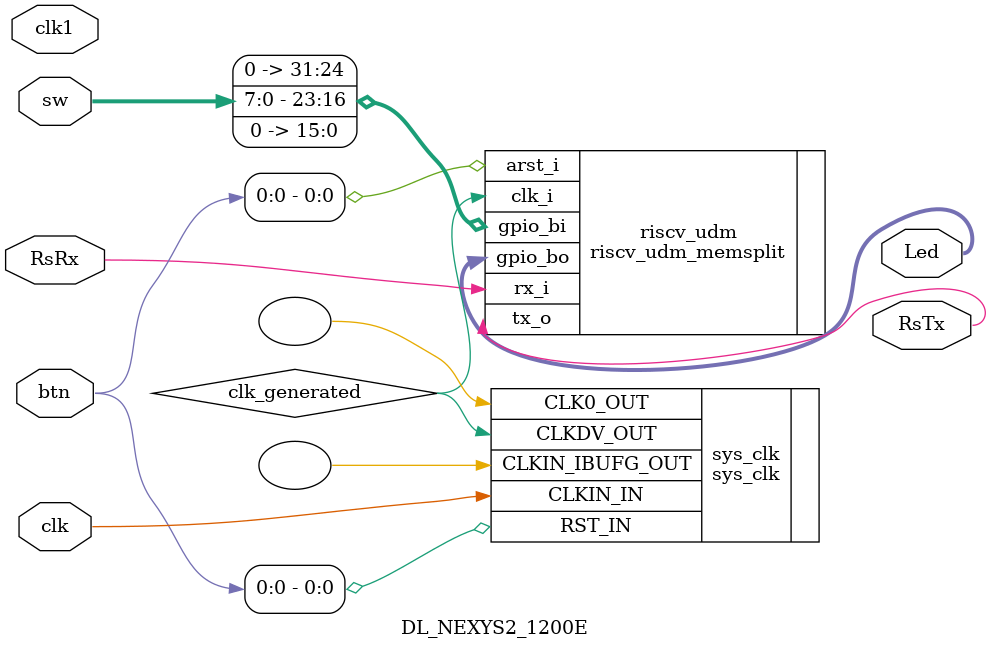
<source format=v>
module DL_NEXYS2_1200E
(
	input 	clk, clk1,

	input 	[7:0] sw,
	input	[3:0] btn,
	output 	[7:0] Led,

	input 	RsRx,
	output	RsTx
);

wire clk_generated;

sys_clk sys_clk(
	.CLKIN_IN(clk), 
	.RST_IN(btn[0]), 
	.CLKDV_OUT(clk_generated),
	.CLKIN_IBUFG_OUT(), 	
	.CLK0_OUT()
);

riscv_udm_memsplit
#(
	.mem_data("../../../../activecore/riscv/sw/benchmarks/heartbeat_variable.riscv.hex"),
	//.mem_data("../../../../activecore/riscv/sw/benchmarks/median.riscv.hex"),
	.mem_size(1024)
) riscv_udm
(
	.clk_i(clk_generated),
	.arst_i(btn[0]),
	.rx_i(RsRx),
	.tx_o(RsTx),
	.gpio_bi({8'h0, sw, 16'h0}),
	.gpio_bo(Led)
);

endmodule

</source>
